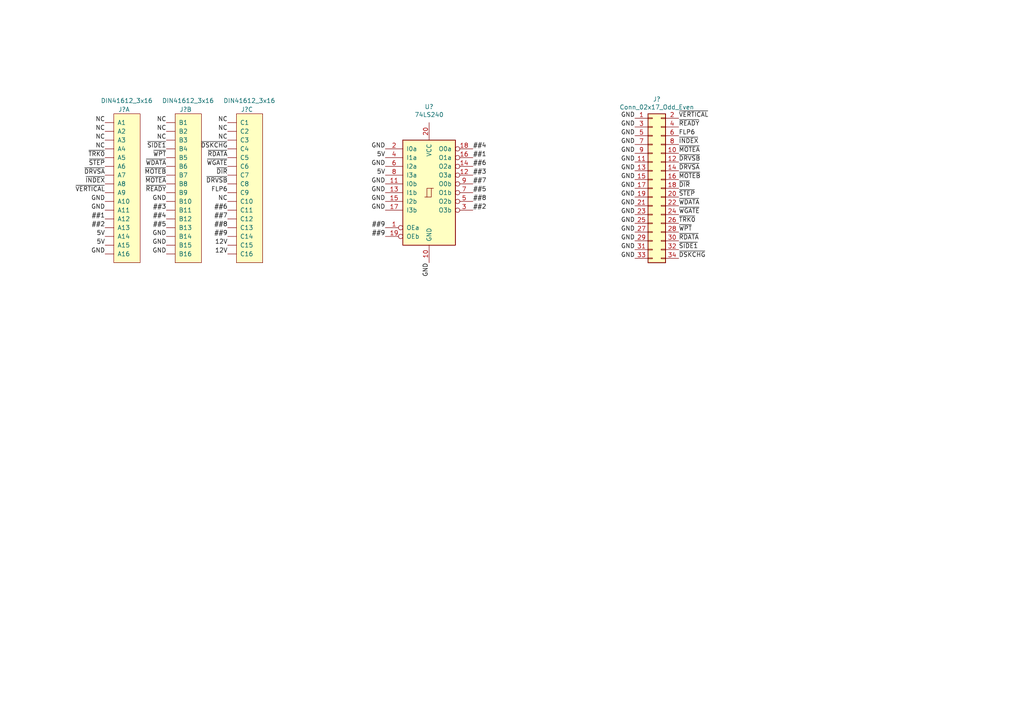
<source format=kicad_sch>
(kicad_sch (version 20230121) (generator eeschema)
  (paper "A4")
  (lib_symbols
    (symbol "74xx:74LS240" (pin_names (offset 1.016))
      (property "Reference" "U" (at -7.62 16.51 0))
      (property "Value" "74LS240" (at -7.62 -16.51 0))
      (symbol "74LS240_1_0"
        (polyline (pts (xy -0.635 -1.27) (xy -0.635 1.27) (xy 0.635 1.27)))
        (polyline (pts (xy -1.27 -1.27) (xy 0.635 -1.27) (xy 0.635 1.27) (xy 1.27 1.27)))
        (pin input inverted (at -12.7 -10.16 0) (length 5.08) (name "OEa") (number "1"))
        (pin power_in line (at 0 -20.32 90) (length 5.08) (name "GND") (number "10"))
        (pin input line (at -12.7 2.54 0) (length 5.08) (name "I0b") (number "11"))
        (pin tri_state inverted (at 12.7 5.08 180) (length 5.08) (name "O3a") (number "12"))
        (pin input line (at -12.7 0 0) (length 5.08) (name "I1b") (number "13"))
        (pin tri_state inverted (at 12.7 7.62 180) (length 5.08) (name "O2a") (number "14"))
        (pin input line (at -12.7 -2.54 0) (length 5.08) (name "I2b") (number "15"))
        (pin tri_state inverted (at 12.7 10.16 180) (length 5.08) (name "O1a") (number "16"))
        (pin input line (at -12.7 -5.08 0) (length 5.08) (name "I3b") (number "17"))
        (pin tri_state inverted (at 12.7 12.7 180) (length 5.08) (name "O0a") (number "18"))
        (pin input inverted (at -12.7 -12.7 0) (length 5.08) (name "OEb") (number "19"))
        (pin input line (at -12.7 12.7 0) (length 5.08) (name "I0a") (number "2"))
        (pin power_in line (at 0 20.32 270) (length 5.08) (name "VCC") (number "20"))
        (pin tri_state inverted (at 12.7 -5.08 180) (length 5.08) (name "O3b") (number "3"))
        (pin input line (at -12.7 10.16 0) (length 5.08) (name "I1a") (number "4"))
        (pin tri_state inverted (at 12.7 -2.54 180) (length 5.08) (name "O2b") (number "5"))
        (pin input line (at -12.7 7.62 0) (length 5.08) (name "I2a") (number "6"))
        (pin tri_state inverted (at 12.7 0 180) (length 5.08) (name "O1b") (number "7"))
        (pin input line (at -12.7 5.08 0) (length 5.08) (name "I3a") (number "8"))
        (pin tri_state inverted (at 12.7 2.54 180) (length 5.08) (name "O0b") (number "9"))
      )
      (symbol "74LS240_1_1"
        (rectangle (start -7.62 15.24) (end 7.62 -15.24) (stroke (width 0.254)) (fill (type background)))
      )
    )
    (symbol "Connector_Generic:Conn_02x17_Odd_Even" (pin_names (offset 1.016) hide)
      (property "Reference" "J" (at 1.27 22.86 0))
      (property "Value" "Conn_02x17_Odd_Even" (at 1.27 -22.86 0))
      (symbol "Conn_02x17_Odd_Even_1_1"
        (rectangle (start -1.27 -20.193) (end 0 -20.447) (stroke (width 0.1524)))
        (rectangle (start -1.27 -17.653) (end 0 -17.907) (stroke (width 0.1524)))
        (rectangle (start -1.27 -15.113) (end 0 -15.367) (stroke (width 0.1524)))
        (rectangle (start -1.27 -12.573) (end 0 -12.827) (stroke (width 0.1524)))
        (rectangle (start -1.27 -10.033) (end 0 -10.287) (stroke (width 0.1524)))
        (rectangle (start -1.27 -7.493) (end 0 -7.747) (stroke (width 0.1524)))
        (rectangle (start -1.27 -4.953) (end 0 -5.207) (stroke (width 0.1524)))
        (rectangle (start -1.27 -2.413) (end 0 -2.667) (stroke (width 0.1524)))
        (rectangle (start -1.27 0.127) (end 0 -0.127) (stroke (width 0.1524)))
        (rectangle (start -1.27 2.667) (end 0 2.413) (stroke (width 0.1524)))
        (rectangle (start -1.27 5.207) (end 0 4.953) (stroke (width 0.1524)))
        (rectangle (start -1.27 7.747) (end 0 7.493) (stroke (width 0.1524)))
        (rectangle (start -1.27 10.287) (end 0 10.033) (stroke (width 0.1524)))
        (rectangle (start -1.27 12.827) (end 0 12.573) (stroke (width 0.1524)))
        (rectangle (start -1.27 15.367) (end 0 15.113) (stroke (width 0.1524)))
        (rectangle (start -1.27 17.907) (end 0 17.653) (stroke (width 0.1524)))
        (rectangle (start -1.27 20.447) (end 0 20.193) (stroke (width 0.1524)))
        (rectangle (start -1.27 21.59) (end 3.81 -21.59) (stroke (width 0.254)) (fill (type background)))
        (rectangle (start 3.81 -20.193) (end 2.54 -20.447) (stroke (width 0.1524)))
        (rectangle (start 3.81 -17.653) (end 2.54 -17.907) (stroke (width 0.1524)))
        (rectangle (start 3.81 -15.113) (end 2.54 -15.367) (stroke (width 0.1524)))
        (rectangle (start 3.81 -12.573) (end 2.54 -12.827) (stroke (width 0.1524)))
        (rectangle (start 3.81 -10.033) (end 2.54 -10.287) (stroke (width 0.1524)))
        (rectangle (start 3.81 -7.493) (end 2.54 -7.747) (stroke (width 0.1524)))
        (rectangle (start 3.81 -4.953) (end 2.54 -5.207) (stroke (width 0.1524)))
        (rectangle (start 3.81 -2.413) (end 2.54 -2.667) (stroke (width 0.1524)))
        (rectangle (start 3.81 0.127) (end 2.54 -0.127) (stroke (width 0.1524)))
        (rectangle (start 3.81 2.667) (end 2.54 2.413) (stroke (width 0.1524)))
        (rectangle (start 3.81 5.207) (end 2.54 4.953) (stroke (width 0.1524)))
        (rectangle (start 3.81 7.747) (end 2.54 7.493) (stroke (width 0.1524)))
        (rectangle (start 3.81 10.287) (end 2.54 10.033) (stroke (width 0.1524)))
        (rectangle (start 3.81 12.827) (end 2.54 12.573) (stroke (width 0.1524)))
        (rectangle (start 3.81 15.367) (end 2.54 15.113) (stroke (width 0.1524)))
        (rectangle (start 3.81 17.907) (end 2.54 17.653) (stroke (width 0.1524)))
        (rectangle (start 3.81 20.447) (end 2.54 20.193) (stroke (width 0.1524)))
        (pin passive line (at -5.08 20.32 0) (length 3.81) (name "Pin_1") (number "1"))
        (pin passive line (at 7.62 10.16 180) (length 3.81) (name "Pin_10") (number "10"))
        (pin passive line (at -5.08 7.62 0) (length 3.81) (name "Pin_11") (number "11"))
        (pin passive line (at 7.62 7.62 180) (length 3.81) (name "Pin_12") (number "12"))
        (pin passive line (at -5.08 5.08 0) (length 3.81) (name "Pin_13") (number "13"))
        (pin passive line (at 7.62 5.08 180) (length 3.81) (name "Pin_14") (number "14"))
        (pin passive line (at -5.08 2.54 0) (length 3.81) (name "Pin_15") (number "15"))
        (pin passive line (at 7.62 2.54 180) (length 3.81) (name "Pin_16") (number "16"))
        (pin passive line (at -5.08 0 0) (length 3.81) (name "Pin_17") (number "17"))
        (pin passive line (at 7.62 0 180) (length 3.81) (name "Pin_18") (number "18"))
        (pin passive line (at -5.08 -2.54 0) (length 3.81) (name "Pin_19") (number "19"))
        (pin passive line (at 7.62 20.32 180) (length 3.81) (name "Pin_2") (number "2"))
        (pin passive line (at 7.62 -2.54 180) (length 3.81) (name "Pin_20") (number "20"))
        (pin passive line (at -5.08 -5.08 0) (length 3.81) (name "Pin_21") (number "21"))
        (pin passive line (at 7.62 -5.08 180) (length 3.81) (name "Pin_22") (number "22"))
        (pin passive line (at -5.08 -7.62 0) (length 3.81) (name "Pin_23") (number "23"))
        (pin passive line (at 7.62 -7.62 180) (length 3.81) (name "Pin_24") (number "24"))
        (pin passive line (at -5.08 -10.16 0) (length 3.81) (name "Pin_25") (number "25"))
        (pin passive line (at 7.62 -10.16 180) (length 3.81) (name "Pin_26") (number "26"))
        (pin passive line (at -5.08 -12.7 0) (length 3.81) (name "Pin_27") (number "27"))
        (pin passive line (at 7.62 -12.7 180) (length 3.81) (name "Pin_28") (number "28"))
        (pin passive line (at -5.08 -15.24 0) (length 3.81) (name "Pin_29") (number "29"))
        (pin passive line (at -5.08 17.78 0) (length 3.81) (name "Pin_3") (number "3"))
        (pin passive line (at 7.62 -15.24 180) (length 3.81) (name "Pin_30") (number "30"))
        (pin passive line (at -5.08 -17.78 0) (length 3.81) (name "Pin_31") (number "31"))
        (pin passive line (at 7.62 -17.78 180) (length 3.81) (name "Pin_32") (number "32"))
        (pin passive line (at -5.08 -20.32 0) (length 3.81) (name "Pin_33") (number "33"))
        (pin passive line (at 7.62 -20.32 180) (length 3.81) (name "Pin_34") (number "34"))
        (pin passive line (at 7.62 17.78 180) (length 3.81) (name "Pin_4") (number "4"))
        (pin passive line (at -5.08 15.24 0) (length 3.81) (name "Pin_5") (number "5"))
        (pin passive line (at 7.62 15.24 180) (length 3.81) (name "Pin_6") (number "6"))
        (pin passive line (at -5.08 12.7 0) (length 3.81) (name "Pin_7") (number "7"))
        (pin passive line (at 7.62 12.7 180) (length 3.81) (name "Pin_8") (number "8"))
        (pin passive line (at -5.08 10.16 0) (length 3.81) (name "Pin_9") (number "9"))
      )
    )
    (symbol "custom:DIN41612_3x16" (pin_names (offset 1.016))
      (property "Reference" "J" (at 0 -2.54 0))
      (property "Value" "DIN41612_3x16" (at 0 0 0))
      (symbol "DIN41612_3x16_0_1"
        (rectangle (start -3.81 -3.81) (end 3.81 -46.99) (fill (type background)))
      )
      (symbol "DIN41612_3x16_1_1"
        (pin unspecified line (at -6.35 -6.35 0) (length 2.54) (name "A1") (number "~"))
        (pin unspecified line (at -6.35 -29.21 0) (length 2.54) (name "A10") (number "~"))
        (pin unspecified line (at -6.35 -31.75 0) (length 2.54) (name "A11") (number "~"))
        (pin unspecified line (at -6.35 -34.29 0) (length 2.54) (name "A12") (number "~"))
        (pin unspecified line (at -6.35 -36.83 0) (length 2.54) (name "A13") (number "~"))
        (pin unspecified line (at -6.35 -39.37 0) (length 2.54) (name "A14") (number "~"))
        (pin unspecified line (at -6.35 -41.91 0) (length 2.54) (name "A15") (number "~"))
        (pin unspecified line (at -6.35 -44.45 0) (length 2.54) (name "A16") (number "~"))
        (pin unspecified line (at -6.35 -8.89 0) (length 2.54) (name "A2") (number "~"))
        (pin unspecified line (at -6.35 -11.43 0) (length 2.54) (name "A3") (number "~"))
        (pin unspecified line (at -6.35 -13.97 0) (length 2.54) (name "A4") (number "~"))
        (pin unspecified line (at -6.35 -16.51 0) (length 2.54) (name "A5") (number "~"))
        (pin unspecified line (at -6.35 -19.05 0) (length 2.54) (name "A6") (number "~"))
        (pin unspecified line (at -6.35 -21.59 0) (length 2.54) (name "A7") (number "~"))
        (pin unspecified line (at -6.35 -24.13 0) (length 2.54) (name "A8") (number "~"))
        (pin unspecified line (at -6.35 -26.67 0) (length 2.54) (name "A9") (number "~"))
      )
      (symbol "DIN41612_3x16_2_1"
        (pin unspecified line (at -6.35 -6.35 0) (length 2.54) (name "B1") (number "~"))
        (pin unspecified line (at -6.35 -29.21 0) (length 2.54) (name "B10") (number "~"))
        (pin unspecified line (at -6.35 -31.75 0) (length 2.54) (name "B11") (number "~"))
        (pin unspecified line (at -6.35 -34.29 0) (length 2.54) (name "B12") (number "~"))
        (pin unspecified line (at -6.35 -36.83 0) (length 2.54) (name "B13") (number "~"))
        (pin unspecified line (at -6.35 -39.37 0) (length 2.54) (name "B14") (number "~"))
        (pin unspecified line (at -6.35 -41.91 0) (length 2.54) (name "B15") (number "~"))
        (pin unspecified line (at -6.35 -44.45 0) (length 2.54) (name "B16") (number "~"))
        (pin unspecified line (at -6.35 -8.89 0) (length 2.54) (name "B2") (number "~"))
        (pin unspecified line (at -6.35 -11.43 0) (length 2.54) (name "B3") (number "~"))
        (pin unspecified line (at -6.35 -13.97 0) (length 2.54) (name "B4") (number "~"))
        (pin unspecified line (at -6.35 -16.51 0) (length 2.54) (name "B5") (number "~"))
        (pin unspecified line (at -6.35 -19.05 0) (length 2.54) (name "B6") (number "~"))
        (pin unspecified line (at -6.35 -21.59 0) (length 2.54) (name "B7") (number "~"))
        (pin unspecified line (at -6.35 -24.13 0) (length 2.54) (name "B8") (number "~"))
        (pin unspecified line (at -6.35 -26.67 0) (length 2.54) (name "B9") (number "~"))
      )
      (symbol "DIN41612_3x16_3_1"
        (pin unspecified line (at -6.35 -6.35 0) (length 2.54) (name "C1") (number "~"))
        (pin unspecified line (at -6.35 -29.21 0) (length 2.54) (name "C10") (number "~"))
        (pin unspecified line (at -6.35 -31.75 0) (length 2.54) (name "C11") (number "~"))
        (pin unspecified line (at -6.35 -34.29 0) (length 2.54) (name "C12") (number "~"))
        (pin unspecified line (at -6.35 -36.83 0) (length 2.54) (name "C13") (number "~"))
        (pin unspecified line (at -6.35 -39.37 0) (length 2.54) (name "C14") (number "~"))
        (pin unspecified line (at -6.35 -41.91 0) (length 2.54) (name "C15") (number "~"))
        (pin unspecified line (at -6.35 -44.45 0) (length 2.54) (name "C16") (number "~"))
        (pin unspecified line (at -6.35 -8.89 0) (length 2.54) (name "C2") (number "~"))
        (pin unspecified line (at -6.35 -11.43 0) (length 2.54) (name "C3") (number "~"))
        (pin unspecified line (at -6.35 -13.97 0) (length 2.54) (name "C4") (number "~"))
        (pin unspecified line (at -6.35 -16.51 0) (length 2.54) (name "C5") (number "~"))
        (pin unspecified line (at -6.35 -19.05 0) (length 2.54) (name "C6") (number "~"))
        (pin unspecified line (at -6.35 -21.59 0) (length 2.54) (name "C7") (number "~"))
        (pin unspecified line (at -6.35 -24.13 0) (length 2.54) (name "C8") (number "~"))
        (pin unspecified line (at -6.35 -26.67 0) (length 2.54) (name "C9") (number "~"))
      )
    )
  )
  (label "~{INDEX}" (at 30.48 53.34 180))
  (label "~{WGATE}" (at 196.85 62.23 0))
  (label "GND" (at 184.15 67.31 180))
  (label "GND" (at 184.15 44.45 180))
  (label "##9" (at 66.04 68.58 180))
  (label "GND" (at 184.15 64.77 180))
  (label "12V" (at 66.04 71.12 180))
  (label "GND" (at 30.48 73.66 180))
  (label "~{MOTEA}" (at 196.85 44.45 0))
  (label "##8" (at 66.04 66.04 180))
  (label "5V" (at 111.76 50.8 180))
  (label "NC" (at 30.48 40.64 180))
  (label "GND" (at 124.46 76.2 270))
  (label "5V" (at 111.76 45.72 180))
  (label "NC" (at 48.26 35.56 180))
  (label "GND" (at 48.26 71.12 180))
  (label "~{SIDE1}" (at 48.26 43.18 180))
  (label "##4" (at 48.26 63.5 180))
  (label "~{MOTEB}" (at 196.85 52.07 0))
  (label "NC" (at 30.48 43.18 180))
  (label "~{STEP}" (at 196.85 57.15 0))
  (label "GND" (at 184.15 59.69 180))
  (label "GND" (at 111.76 48.26 180))
  (label "##7" (at 66.04 63.5 180))
  (label "##1" (at 137.16 45.72 0))
  (label "GND" (at 184.15 46.99 180))
  (label "~{DRVSB}" (at 196.85 46.99 0))
  (label "~{VERTICAL}" (at 196.85 34.29 0))
  (label "~{RDATA}" (at 66.04 45.72 180))
  (label "##3" (at 48.26 60.96 180))
  (label "~{WDATA}" (at 48.26 48.26 180))
  (label "NC" (at 66.04 40.64 180))
  (label "##6" (at 66.04 60.96 180))
  (label "~{READY}" (at 48.26 55.88 180))
  (label "##4" (at 137.16 43.18 0))
  (label "~{VERTICAL}" (at 30.48 55.88 180))
  (label "GND" (at 111.76 43.18 180))
  (label "FLP6" (at 66.04 55.88 180))
  (label "NC" (at 30.48 35.56 180))
  (label "~{RDATA}" (at 196.85 69.85 0))
  (label "GND" (at 184.15 54.61 180))
  (label "NC" (at 66.04 35.56 180))
  (label "~{DRVSA}" (at 196.85 49.53 0))
  (label "NC" (at 66.04 38.1 180))
  (label "5V" (at 30.48 68.58 180))
  (label "NC" (at 48.26 40.64 180))
  (label "NC" (at 30.48 38.1 180))
  (label "##1" (at 30.48 63.5 180))
  (label "~{DIR}" (at 66.04 50.8 180))
  (label "GND" (at 111.76 58.42 180))
  (label "##9" (at 111.76 68.58 180))
  (label "##2" (at 137.16 60.96 0))
  (label "GND" (at 30.48 60.96 180))
  (label "##5" (at 137.16 55.88 0))
  (label "GND" (at 184.15 34.29 180))
  (label "~{READY}" (at 196.85 36.83 0))
  (label "~{DIR}" (at 196.85 54.61 0))
  (label "GND" (at 48.26 68.58 180))
  (label "##9" (at 111.76 66.04 180))
  (label "GND" (at 111.76 55.88 180))
  (label "~{MOTEA}" (at 48.26 53.34 180))
  (label "GND" (at 184.15 52.07 180))
  (label "~{DRVSB}" (at 66.04 53.34 180))
  (label "~{WPT}" (at 196.85 67.31 0))
  (label "GND" (at 184.15 62.23 180))
  (label "GND" (at 184.15 74.93 180))
  (label "12V" (at 66.04 73.66 180))
  (label "FLP6" (at 196.85 39.37 0))
  (label "GND" (at 48.26 58.42 180))
  (label "GND" (at 184.15 36.83 180))
  (label "~{TRK0}" (at 30.48 45.72 180))
  (label "##3" (at 137.16 50.8 0))
  (label "~{DRVSA}" (at 30.48 50.8 180))
  (label "GND" (at 184.15 41.91 180))
  (label "~{INDEX}" (at 196.85 41.91 0))
  (label "~{DSKCHG}" (at 196.85 74.93 0))
  (label "GND" (at 111.76 53.34 180))
  (label "##7" (at 137.16 53.34 0))
  (label "~{STEP}" (at 30.48 48.26 180))
  (label "~{DSKCHG}" (at 66.04 43.18 180))
  (label "NC" (at 66.04 58.42 180))
  (label "GND" (at 184.15 49.53 180))
  (label "##6" (at 137.16 48.26 0))
  (label "GND" (at 184.15 39.37 180))
  (label "GND" (at 48.26 73.66 180))
  (label "##8" (at 137.16 58.42 0))
  (label "##5" (at 48.26 66.04 180))
  (label "5V" (at 30.48 71.12 180))
  (label "GND" (at 184.15 72.39 180))
  (label "GND" (at 30.48 58.42 180))
  (label "GND" (at 184.15 57.15 180))
  (label "GND" (at 184.15 69.85 180))
  (label "~{SIDE1}" (at 196.85 72.39 0))
  (label "~{WPT}" (at 48.26 45.72 180))
  (label "~{TRK0}" (at 196.85 64.77 0))
  (label "##2" (at 30.48 66.04 180))
  (label "~{WGATE}" (at 66.04 48.26 180))
  (label "~{MOTEB}" (at 48.26 50.8 180))
  (label "~{WDATA}" (at 196.85 59.69 0))
  (label "NC" (at 48.26 38.1 180))
  (label "GND" (at 111.76 60.96 180))
  (symbol (lib_id "custom:DIN41612_3x16") (at 36.83 29.21 0) (unit 1)
    (property "Reference" "J?" (at 34.29 31.75 0) (effects (justify left)))
    (property "Value" "DIN41612_3x16" (at 29.21 29.21 0) (effects (justify left)))
  )
  (symbol (lib_id "custom:DIN41612_3x16") (at 54.61 29.21 0) (unit 2)
    (property "Reference" "J?" (at 52.07 31.75 0) (effects (justify left)))
    (property "Value" "DIN41612_3x16" (at 46.99 29.21 0) (effects (justify left)))
  )
  (symbol (lib_id "custom:DIN41612_3x16") (at 72.39 29.21 0) (unit 3)
    (property "Reference" "J?" (at 69.85 31.75 0) (effects (justify left)))
    (property "Value" "DIN41612_3x16" (at 64.77 29.21 0) (effects (justify left)))
  )
  (symbol (lib_id "Connector_Generic:Conn_02x17_Odd_Even") (at 189.23 54.61 0) (unit 1)
    (property "Reference" "J?" (at 190.5 28.7782 0))
    (property "Value" "Conn_02x17_Odd_Even" (at 190.5 31.0896 0))
  )
  (symbol (lib_id "74xx:74LS240") (at 124.46 55.88 0) (unit 1)
    (property "Reference" "U?" (at 124.46 30.9626 0))
    (property "Value" "74LS240" (at 124.46 33.274 0))
    (property "Datasheet" "http://www.ti.com/lit/ds/symlink/sn74ls240.pdf" (effects hide))
  )
)
</source>
